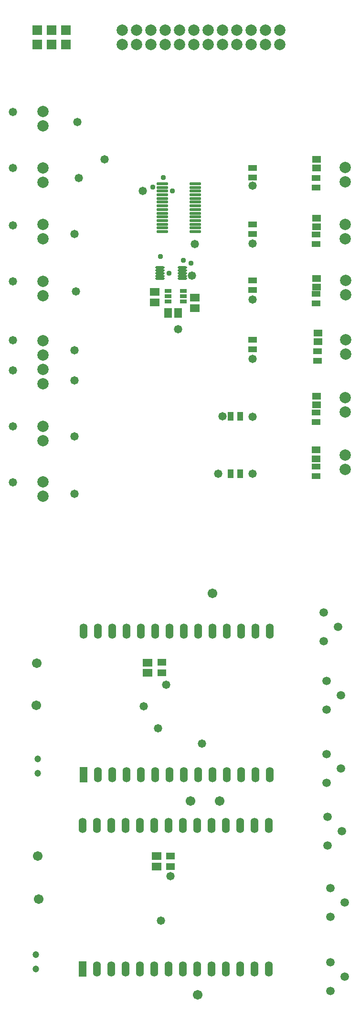
<source format=gbr>
G04 Layer_Color=8388736*
%FSLAX26Y26*%
%MOIN*%
%TF.FileFunction,Soldermask,Top*%
%TF.Part,Single*%
G01*
G75*
%TA.AperFunction,SMDPad,CuDef*%
%ADD49R,0.047370X0.031622*%
%ADD50O,0.080835X0.021779*%
%ADD51R,0.041465X0.059181*%
%ADD52R,0.059181X0.041465*%
%ADD53R,0.061150X0.045402*%
%ADD54O,0.065087X0.017843*%
%ADD55R,0.065087X0.053276*%
%ADD56R,0.053276X0.065087*%
%ADD57R,0.063118X0.049339*%
%TA.AperFunction,ComponentPad*%
%ADD58C,0.067055*%
%ADD59C,0.078866*%
%ADD60R,0.068000X0.068000*%
%ADD61C,0.059181*%
%ADD62C,0.047370*%
%ADD63O,0.055244X0.106425*%
%ADD64R,0.055244X0.106425*%
%TA.AperFunction,ViaPad*%
%ADD65C,0.058000*%
%ADD66C,0.037528*%
D49*
X1133600Y4983712D02*
D03*
Y4946310D02*
D03*
Y4908908D02*
D03*
X1241868D02*
D03*
Y4946310D02*
D03*
Y4983712D02*
D03*
D50*
X1325174Y5396912D02*
D03*
Y5422502D02*
D03*
Y5448094D02*
D03*
Y5473684D02*
D03*
Y5499274D02*
D03*
Y5524864D02*
D03*
Y5550456D02*
D03*
Y5576046D02*
D03*
Y5601636D02*
D03*
Y5627228D02*
D03*
Y5652818D02*
D03*
Y5678408D02*
D03*
Y5703998D02*
D03*
Y5729590D02*
D03*
X1094860Y5396912D02*
D03*
Y5422502D02*
D03*
Y5448094D02*
D03*
Y5473684D02*
D03*
Y5499274D02*
D03*
Y5524864D02*
D03*
Y5550456D02*
D03*
Y5576046D02*
D03*
Y5601636D02*
D03*
Y5627228D02*
D03*
Y5652818D02*
D03*
Y5678408D02*
D03*
Y5703998D02*
D03*
Y5729590D02*
D03*
D51*
X1571038Y4111402D02*
D03*
X1637968D02*
D03*
X1571040Y3711404D02*
D03*
X1637970D02*
D03*
D52*
X2169230Y4068278D02*
D03*
Y4135208D02*
D03*
X1724350Y4643080D02*
D03*
Y4576150D02*
D03*
Y5056466D02*
D03*
Y4989536D02*
D03*
X1724348Y5446232D02*
D03*
Y5379302D02*
D03*
X2169230Y3694264D02*
D03*
Y3761192D02*
D03*
X2169228Y5702138D02*
D03*
Y5769068D02*
D03*
X2169230Y5308434D02*
D03*
Y5375364D02*
D03*
X2177102Y4497412D02*
D03*
Y4564340D02*
D03*
X2169230Y4895048D02*
D03*
Y4961976D02*
D03*
X1724348Y5839932D02*
D03*
Y5773002D02*
D03*
D53*
X2170000Y5838504D02*
D03*
Y5901496D02*
D03*
Y4188504D02*
D03*
Y4251496D02*
D03*
X2169230Y3814342D02*
D03*
Y3877334D02*
D03*
X2170000Y5428504D02*
D03*
Y5491496D02*
D03*
X2180000Y4628504D02*
D03*
Y4691496D02*
D03*
X2170000Y5008504D02*
D03*
Y5071496D02*
D03*
D54*
X1235964Y5068356D02*
D03*
Y5088042D02*
D03*
Y5107726D02*
D03*
Y5127412D02*
D03*
Y5147096D02*
D03*
X1076514Y5068356D02*
D03*
Y5088042D02*
D03*
Y5107726D02*
D03*
Y5127412D02*
D03*
Y5147096D02*
D03*
D55*
X1040000Y4975434D02*
D03*
Y4904568D02*
D03*
X1320000Y4864568D02*
D03*
Y4935434D02*
D03*
X991000Y2323568D02*
D03*
Y2394434D02*
D03*
X1055000Y974566D02*
D03*
Y1045432D02*
D03*
D56*
X1134568Y4830000D02*
D03*
X1205434D02*
D03*
D57*
X1090000Y2397402D02*
D03*
Y2322598D02*
D03*
X1150000Y1047402D02*
D03*
Y972598D02*
D03*
D58*
X218000Y2391000D02*
D03*
X215000Y2096000D02*
D03*
X1340000Y80000D02*
D03*
X1445000Y2875000D02*
D03*
X1290000Y1430000D02*
D03*
X230000Y745000D02*
D03*
X225000Y1045000D02*
D03*
X1495000Y1430000D02*
D03*
D59*
X1914504Y6701402D02*
D03*
Y6801402D02*
D03*
X814504Y6701402D02*
D03*
X914504D02*
D03*
X1014504D02*
D03*
X1114504D02*
D03*
X1214504D02*
D03*
X1314504D02*
D03*
X1414504D02*
D03*
X1514504D02*
D03*
X1614504D02*
D03*
X1714504D02*
D03*
X814504Y6801402D02*
D03*
X914504D02*
D03*
X1014504D02*
D03*
X1114504D02*
D03*
X1214504D02*
D03*
X1314504D02*
D03*
X1414504D02*
D03*
X1514504D02*
D03*
X1614504D02*
D03*
X1714504D02*
D03*
X1814504D02*
D03*
Y6701402D02*
D03*
X2370018Y3740444D02*
D03*
Y3840444D02*
D03*
X259782Y4337568D02*
D03*
Y4437568D02*
D03*
Y4537568D02*
D03*
Y4637568D02*
D03*
X2375924Y4543868D02*
D03*
Y4643868D02*
D03*
Y4957254D02*
D03*
Y5057254D02*
D03*
X2370018Y4138358D02*
D03*
Y4238358D02*
D03*
Y5743250D02*
D03*
Y5843250D02*
D03*
X259782Y3551742D02*
D03*
Y3651742D02*
D03*
X2370018Y5345706D02*
D03*
Y5445706D02*
D03*
X259782Y3941506D02*
D03*
Y4041506D02*
D03*
Y5740062D02*
D03*
Y5840062D02*
D03*
Y5345706D02*
D03*
Y5445706D02*
D03*
Y4951348D02*
D03*
Y5051348D02*
D03*
Y6134418D02*
D03*
Y6234418D02*
D03*
D60*
X220412Y6700168D02*
D03*
X320412D02*
D03*
X420412D02*
D03*
Y6800168D02*
D03*
X320412D02*
D03*
X220412D02*
D03*
D61*
X2221504Y2743402D02*
D03*
Y2543402D02*
D03*
X2321504Y2643402D02*
D03*
X2248504Y1321250D02*
D03*
Y1121250D02*
D03*
X2348504Y1221250D02*
D03*
X2240504Y2267402D02*
D03*
Y2067402D02*
D03*
X2340504Y2167402D02*
D03*
X2267504Y823390D02*
D03*
Y623390D02*
D03*
X2367504Y723390D02*
D03*
X2240504Y1757402D02*
D03*
Y1557402D02*
D03*
X2340504Y1657402D02*
D03*
X2267504Y307402D02*
D03*
Y107402D02*
D03*
X2367504Y207402D02*
D03*
D62*
X209504Y359402D02*
D03*
Y259402D02*
D03*
X225504Y1724402D02*
D03*
Y1624402D02*
D03*
D63*
X1838324Y1260208D02*
D03*
X1738324D02*
D03*
X1638324D02*
D03*
X1538324D02*
D03*
X1438324D02*
D03*
X1338324D02*
D03*
X1238324D02*
D03*
X1138324D02*
D03*
X1038324D02*
D03*
X938324D02*
D03*
X838324D02*
D03*
X738324D02*
D03*
X638324D02*
D03*
X538324D02*
D03*
X1838324Y260208D02*
D03*
X1738324D02*
D03*
X1638324D02*
D03*
X1538324D02*
D03*
X1438324D02*
D03*
X1338324D02*
D03*
X1238324D02*
D03*
X1138324D02*
D03*
X1038324D02*
D03*
X938324D02*
D03*
X838324D02*
D03*
X738324D02*
D03*
X638324D02*
D03*
X643246Y1613554D02*
D03*
X743246D02*
D03*
X843246D02*
D03*
X943246D02*
D03*
X1043246D02*
D03*
X1143246D02*
D03*
X1243246D02*
D03*
X1343246D02*
D03*
X1443246D02*
D03*
X1543246D02*
D03*
X1643246D02*
D03*
X1743246D02*
D03*
X1843246D02*
D03*
X543246Y2613554D02*
D03*
X643246D02*
D03*
X743246D02*
D03*
X843246D02*
D03*
X943246D02*
D03*
X1043246D02*
D03*
X1143246D02*
D03*
X1243246D02*
D03*
X1343246D02*
D03*
X1443246D02*
D03*
X1543246D02*
D03*
X1643246D02*
D03*
X1743246D02*
D03*
X1843246D02*
D03*
D64*
X538324Y260208D02*
D03*
X543246Y1613554D02*
D03*
D65*
X1370000Y1830000D02*
D03*
X50000Y4430000D02*
D03*
X1724348Y4105680D02*
D03*
Y4511190D02*
D03*
Y4924576D02*
D03*
X1724504Y3711402D02*
D03*
X1484504D02*
D03*
X1514504Y4111402D02*
D03*
X1065504Y1936402D02*
D03*
X1085504Y597402D02*
D03*
X50000Y4040000D02*
D03*
Y5840000D02*
D03*
X1321238Y5310668D02*
D03*
X50000Y4640000D02*
D03*
X690000Y5900002D02*
D03*
X500000Y6160000D02*
D03*
X50000Y5440000D02*
D03*
X480000Y5380000D02*
D03*
X510000Y5770000D02*
D03*
X50000Y5050000D02*
D03*
X490000Y4980000D02*
D03*
X480000Y4360000D02*
D03*
Y4570000D02*
D03*
Y3970000D02*
D03*
Y3570000D02*
D03*
X1120000Y2240000D02*
D03*
X957504Y5681402D02*
D03*
X1300504Y5089402D02*
D03*
X50000Y3650000D02*
D03*
Y6230000D02*
D03*
X1724348Y5314340D02*
D03*
Y5715916D02*
D03*
X966000Y2091000D02*
D03*
X1150000Y905000D02*
D03*
X1205000Y4715000D02*
D03*
D66*
X1141120Y5107726D02*
D03*
X1080018Y5223250D02*
D03*
X1294504Y5177402D02*
D03*
X1239504Y5196402D02*
D03*
X1163504Y5678402D02*
D03*
X1026504Y5707402D02*
D03*
X1100504Y5774402D02*
D03*
%TF.MD5,7fed3e3f88b1ba0aef03673d812d9b88*%
M02*

</source>
